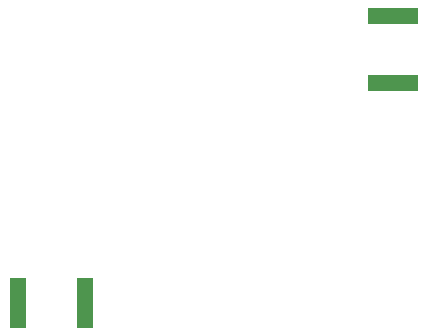
<source format=gbr>
%TF.GenerationSoftware,KiCad,Pcbnew,8.99.0-unknown-e538b98286~178~ubuntu22.04.1*%
%TF.CreationDate,2024-04-14T11:06:52+05:30*%
%TF.ProjectId,HF-PA-v10,48462d50-412d-4763-9130-2e6b69636164,rev?*%
%TF.SameCoordinates,Original*%
%TF.FileFunction,Paste,Bot*%
%TF.FilePolarity,Positive*%
%FSLAX46Y46*%
G04 Gerber Fmt 4.6, Leading zero omitted, Abs format (unit mm)*
G04 Created by KiCad (PCBNEW 8.99.0-unknown-e538b98286~178~ubuntu22.04.1) date 2024-04-14 11:06:52*
%MOMM*%
%LPD*%
G01*
G04 APERTURE LIST*
%ADD10R,4.200000X1.350000*%
%ADD11R,1.350000X4.200000*%
G04 APERTURE END LIST*
D10*
%TO.C,RF_OUT1*%
X204477500Y-88285000D03*
X204477500Y-82635000D03*
%TD*%
D11*
%TO.C,RF_IN1*%
X172745000Y-106940000D03*
X178395000Y-106940000D03*
%TD*%
M02*

</source>
